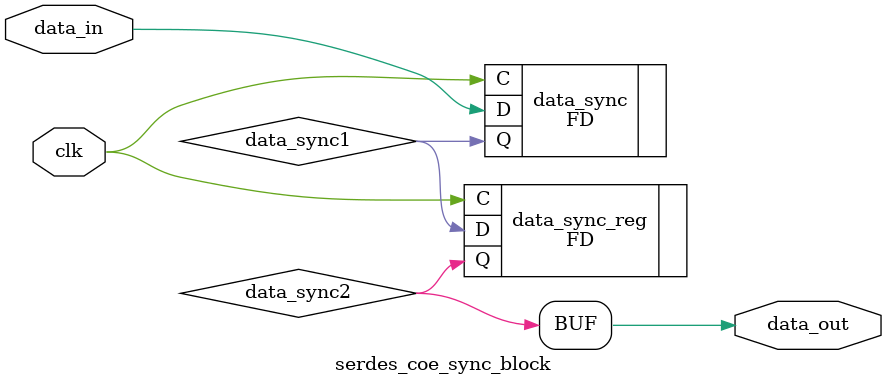
<source format=v>




`timescale 1ps / 1ps

module serdes_coe_sync_block #(
  parameter INITIALISE = 2'b00
)
(
  input        clk,              // clock to be sync'ed to
  input        data_in,          // Data to be 'synced'
  output       data_out          // synced data
);

  // Internal Signals
  wire data_sync1;
  wire data_sync2;


  (* shreg_extract = "no", ASYNC_REG = "TRUE" *)
  FD #(
    .INIT (INITIALISE[0])
  ) data_sync (
    .C  (clk),
    .D  (data_in),
    .Q  (data_sync1)
  );


  (* shreg_extract = "no", ASYNC_REG = "TRUE" *)
  FD #(
   .INIT (INITIALISE[1])
  ) data_sync_reg (
  .C  (clk),
  .D  (data_sync1),
  .Q  (data_sync2)
  );


  assign data_out = data_sync2;


endmodule



</source>
